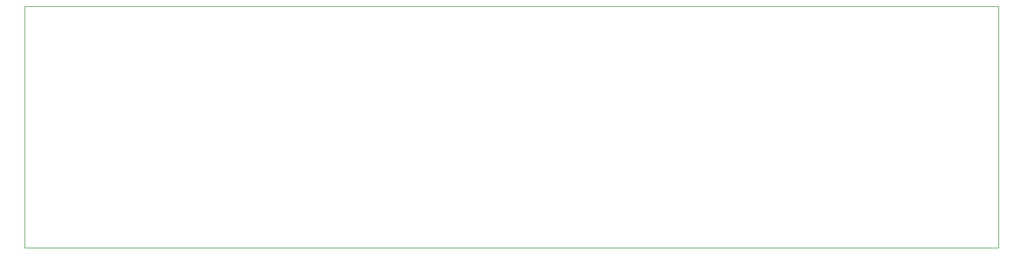
<source format=gbr>
%TF.GenerationSoftware,KiCad,Pcbnew,(5.1.10-1-10_14)*%
%TF.CreationDate,2021-12-11T09:21:19-05:00*%
%TF.ProjectId,control-unit,636f6e74-726f-46c2-9d75-6e69742e6b69,rev?*%
%TF.SameCoordinates,Original*%
%TF.FileFunction,Profile,NP*%
%FSLAX46Y46*%
G04 Gerber Fmt 4.6, Leading zero omitted, Abs format (unit mm)*
G04 Created by KiCad (PCBNEW (5.1.10-1-10_14)) date 2021-12-11 09:21:19*
%MOMM*%
%LPD*%
G01*
G04 APERTURE LIST*
%TA.AperFunction,Profile*%
%ADD10C,0.050000*%
%TD*%
G04 APERTURE END LIST*
D10*
X129286000Y-136144000D02*
X273558000Y-136144000D01*
X129286000Y-100330000D02*
X129286000Y-136144000D01*
X273558000Y-100330000D02*
X129286000Y-100330000D01*
X273558000Y-136144000D02*
X273558000Y-100330000D01*
M02*

</source>
